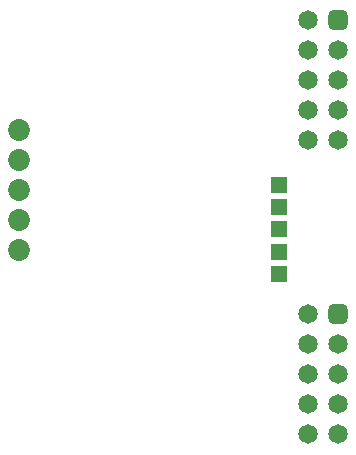
<source format=gbs>
%TF.GenerationSoftware,KiCad,Pcbnew,8.0.6*%
%TF.CreationDate,2024-10-27T21:52:18+01:00*%
%TF.ProjectId,Motor_Driver_carrier_board,4d6f746f-725f-4447-9269-7665725f6361,rev?*%
%TF.SameCoordinates,Original*%
%TF.FileFunction,Soldermask,Bot*%
%TF.FilePolarity,Negative*%
%FSLAX46Y46*%
G04 Gerber Fmt 4.6, Leading zero omitted, Abs format (unit mm)*
G04 Created by KiCad (PCBNEW 8.0.6) date 2024-10-27 21:52:18*
%MOMM*%
%LPD*%
G01*
G04 APERTURE LIST*
G04 Aperture macros list*
%AMRoundRect*
0 Rectangle with rounded corners*
0 $1 Rounding radius*
0 $2 $3 $4 $5 $6 $7 $8 $9 X,Y pos of 4 corners*
0 Add a 4 corners polygon primitive as box body*
4,1,4,$2,$3,$4,$5,$6,$7,$8,$9,$2,$3,0*
0 Add four circle primitives for the rounded corners*
1,1,$1+$1,$2,$3*
1,1,$1+$1,$4,$5*
1,1,$1+$1,$6,$7*
1,1,$1+$1,$8,$9*
0 Add four rect primitives between the rounded corners*
20,1,$1+$1,$2,$3,$4,$5,0*
20,1,$1+$1,$4,$5,$6,$7,0*
20,1,$1+$1,$6,$7,$8,$9,0*
20,1,$1+$1,$8,$9,$2,$3,0*%
G04 Aperture macros list end*
%ADD10C,1.853200*%
%ADD11RoundRect,0.412500X0.412500X-0.412500X0.412500X0.412500X-0.412500X0.412500X-0.412500X-0.412500X0*%
%ADD12C,1.650000*%
%ADD13R,1.400000X1.400000*%
G04 APERTURE END LIST*
D10*
%TO.C,J3*%
X122800000Y-62080000D03*
X122800000Y-64620000D03*
X122800000Y-67160000D03*
X122800000Y-69700000D03*
X122800000Y-72240000D03*
%TD*%
D11*
%TO.C,P2*%
X149800000Y-52790000D03*
D12*
X147260000Y-52790000D03*
X149800000Y-55330000D03*
X147260000Y-55330000D03*
X149800000Y-57870000D03*
X147260000Y-57870000D03*
X149800000Y-60410000D03*
X147260000Y-60410000D03*
X149800000Y-62950000D03*
X147260000Y-62950000D03*
D11*
X149800000Y-77690000D03*
D12*
X147260000Y-77690000D03*
X149800000Y-80230000D03*
X147260000Y-80230000D03*
X149800000Y-82770000D03*
X147260000Y-82770000D03*
X149800000Y-85310000D03*
X147260000Y-85310000D03*
X149800000Y-87850000D03*
X147260000Y-87850000D03*
%TD*%
D13*
%TO.C,GND*%
X144800000Y-74300000D03*
%TD*%
%TO.C,H2*%
X144800000Y-68600000D03*
%TD*%
%TO.C,5V*%
X144800000Y-72400000D03*
%TD*%
%TO.C,H1*%
X144800000Y-66700000D03*
%TD*%
%TO.C,H3*%
X144800000Y-70500000D03*
%TD*%
M02*

</source>
